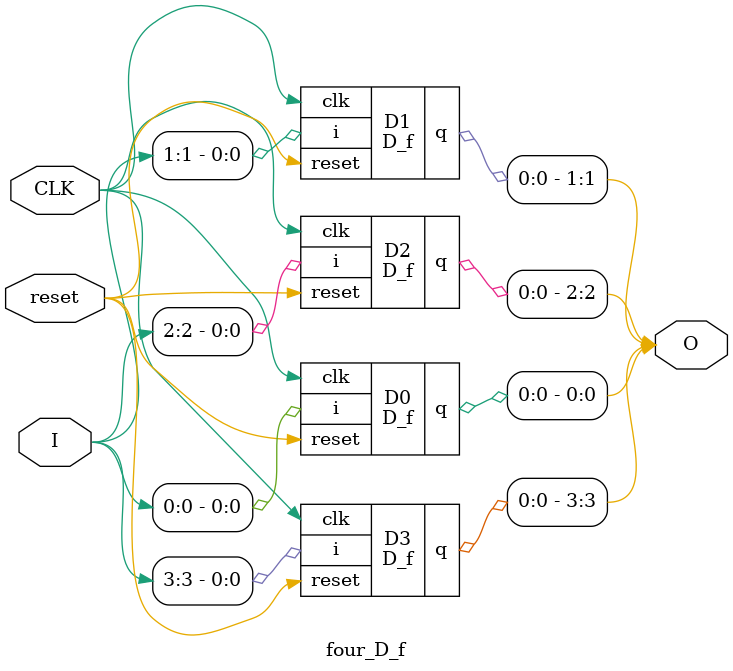
<source format=v>
`timescale 1ns / 1ps
module D_f(q, i, clk, reset);
input   i, clk, reset;
output  q;

reg q;

always @ (posedge clk)
begin
    if (reset == 1) q <= 0;
    else q <= i;
end
endmodule



module four_D_f(O, I, CLK, reset);
input [3:0] I;
input   CLK, reset;
output [3:0]    O;

D_f D3 (O[3], I[3], CLK, reset);
D_f D2 (O[2], I[2], CLK, reset);
D_f D1 (O[1], I[1], CLK, reset);
D_f D0 (O[0], I[0], CLK, reset);

endmodule

</source>
